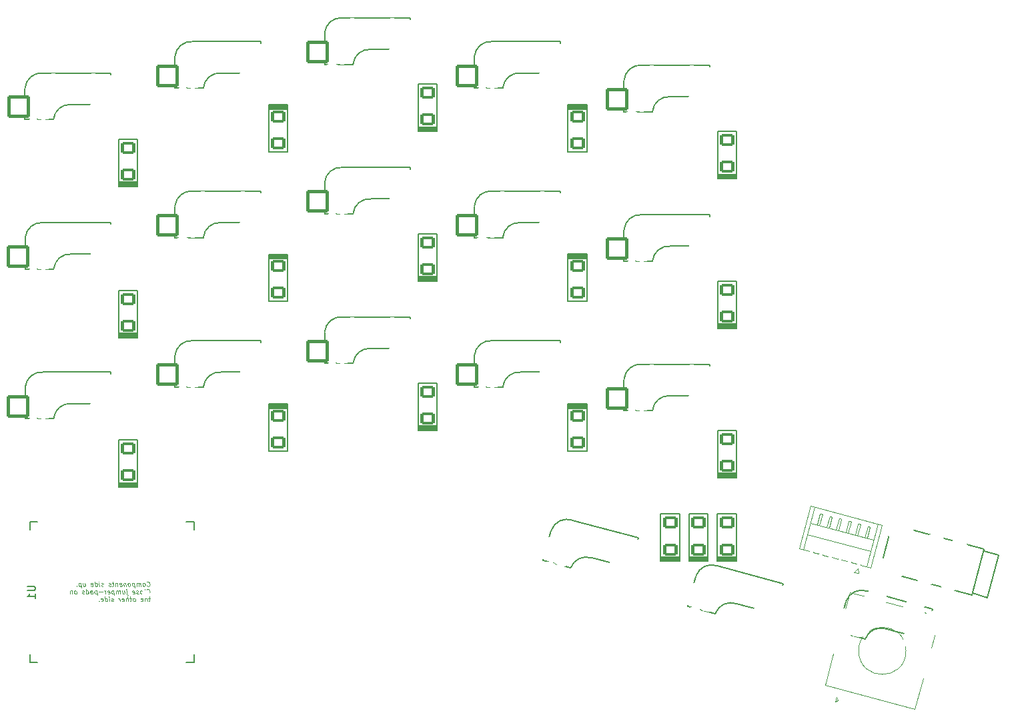
<source format=gbo>
G04 #@! TF.GenerationSoftware,KiCad,Pcbnew,7.0.5*
G04 #@! TF.CreationDate,2023-09-06T16:02:53+08:00*
G04 #@! TF.ProjectId,thrfv,74687266-762e-46b6-9963-61645f706362,rev?*
G04 #@! TF.SameCoordinates,Original*
G04 #@! TF.FileFunction,Legend,Bot*
G04 #@! TF.FilePolarity,Positive*
%FSLAX46Y46*%
G04 Gerber Fmt 4.6, Leading zero omitted, Abs format (unit mm)*
G04 Created by KiCad (PCBNEW 7.0.5) date 2023-09-06 16:02:53*
%MOMM*%
%LPD*%
G01*
G04 APERTURE LIST*
G04 Aperture macros list*
%AMRoundRect*
0 Rectangle with rounded corners*
0 $1 Rounding radius*
0 $2 $3 $4 $5 $6 $7 $8 $9 X,Y pos of 4 corners*
0 Add a 4 corners polygon primitive as box body*
4,1,4,$2,$3,$4,$5,$6,$7,$8,$9,$2,$3,0*
0 Add four circle primitives for the rounded corners*
1,1,$1+$1,$2,$3*
1,1,$1+$1,$4,$5*
1,1,$1+$1,$6,$7*
1,1,$1+$1,$8,$9*
0 Add four rect primitives between the rounded corners*
20,1,$1+$1,$2,$3,$4,$5,0*
20,1,$1+$1,$4,$5,$6,$7,0*
20,1,$1+$1,$6,$7,$8,$9,0*
20,1,$1+$1,$8,$9,$2,$3,0*%
%AMHorizOval*
0 Thick line with rounded ends*
0 $1 width*
0 $2 $3 position (X,Y) of the first rounded end (center of the circle)*
0 $4 $5 position (X,Y) of the second rounded end (center of the circle)*
0 Add line between two ends*
20,1,$1,$2,$3,$4,$5,0*
0 Add two circle primitives to create the rounded ends*
1,1,$1,$2,$3*
1,1,$1,$4,$5*%
%AMFreePoly0*
4,1,37,1.228070,1.434758,1.247030,1.430987,1.319133,1.401121,1.335206,1.390381,1.390381,1.335206,1.401121,1.319133,1.430987,1.247030,1.434758,1.228070,1.438600,1.189056,1.438600,-1.189056,1.434758,-1.228070,1.430987,-1.247030,1.401121,-1.319133,1.390381,-1.335206,1.335206,-1.390381,1.319133,-1.401121,1.247030,-1.430987,1.228070,-1.434758,1.189056,-1.438600,-0.743160,-1.438600,
-0.829937,-1.418794,-0.884581,-1.380021,-1.380021,-0.884581,-1.427377,-0.809216,-1.438600,-0.743160,-1.438600,1.189056,-1.434758,1.228070,-1.430987,1.247030,-1.401121,1.319133,-1.390381,1.335206,-1.335206,1.390381,-1.319133,1.401121,-1.247030,1.430987,-1.228070,1.434758,-1.189056,1.438600,1.189056,1.438600,1.228070,1.434758,1.228070,1.434758,$1*%
%AMFreePoly1*
4,1,37,0.846237,1.424794,0.900881,1.386021,1.398721,0.888181,1.446077,0.812816,1.457300,0.746760,1.457300,-1.194816,1.453456,-1.233837,1.449666,-1.252889,1.419808,-1.324977,1.409017,-1.341128,1.353828,-1.396317,1.337677,-1.407108,1.265589,-1.436966,1.246537,-1.440756,1.207516,-1.444600,-1.207516,-1.444600,-1.246537,-1.440756,-1.265589,-1.436966,-1.337677,-1.407108,-1.353828,-1.396317,
-1.409017,-1.341128,-1.419808,-1.324977,-1.449666,-1.252889,-1.453456,-1.233837,-1.457300,-1.194816,-1.457300,1.194816,-1.453456,1.233837,-1.449666,1.252889,-1.419808,1.324977,-1.409017,1.341128,-1.353828,1.396317,-1.337677,1.407108,-1.265589,1.436966,-1.246537,1.440756,-1.207516,1.444600,0.759460,1.444600,0.846237,1.424794,0.846237,1.424794,$1*%
%AMFreePoly2*
4,1,22,0.106406,0.569345,0.141421,0.541421,0.741421,-0.058579,0.788777,-0.133944,0.800000,-0.200000,0.800000,-0.400000,0.780194,-0.486777,0.724698,-0.556366,0.644504,-0.594986,0.600000,-0.600000,-0.600000,-0.600000,-0.686777,-0.580194,-0.756366,-0.524698,-0.794986,-0.444504,-0.800000,-0.400000,-0.800000,-0.200000,-0.780194,-0.113223,-0.741421,-0.058579,-0.141421,0.541421,-0.066056,0.588777,
0.022393,0.598742,0.106406,0.569345,0.106406,0.569345,$1*%
%AMFreePoly3*
4,1,26,0.686777,0.430194,0.756366,0.374698,0.794986,0.294504,0.800000,0.250000,0.800000,-1.000000,0.780194,-1.086777,0.724698,-1.156366,0.644504,-1.194986,0.555496,-1.194986,0.475302,-1.156366,0.458579,-1.141421,0.000000,-0.682842,-0.458579,-1.141421,-0.533944,-1.188777,-0.622393,-1.198742,-0.706406,-1.169345,-0.769345,-1.106406,-0.798742,-1.022393,-0.800000,-1.000000,-0.800000,0.250000,
-0.780194,0.336777,-0.724698,0.406366,-0.644504,0.444986,-0.600000,0.450000,0.600000,0.450000,0.686777,0.430194,0.686777,0.430194,$1*%
G04 Aperture macros list end*
%ADD10C,0.120000*%
%ADD11C,0.150000*%
%ADD12C,0.200000*%
%ADD13C,0.100000*%
%ADD14C,2.100000*%
%ADD15C,3.400000*%
%ADD16C,4.400000*%
%ADD17RoundRect,0.200000X-1.244600X-1.244600X1.244600X-1.244600X1.244600X1.244600X-1.244600X1.244600X0*%
%ADD18FreePoly0,0.000000*%
%ADD19C,2.400000*%
%ADD20RoundRect,0.200000X0.551815X-1.804300X1.380036X1.286662X-0.551815X1.804300X-1.380036X-1.286662X0*%
%ADD21C,3.600000*%
%ADD22RoundRect,0.200000X-0.700000X0.600000X-0.700000X-0.600000X0.700000X-0.600000X0.700000X0.600000X0*%
%ADD23RoundRect,0.200000X0.700000X-0.600000X0.700000X0.600000X-0.700000X0.600000X-0.700000X-0.600000X0*%
%ADD24RoundRect,0.200000X-1.524317X-0.880065X0.880065X-1.524317X1.524317X0.880065X-0.880065X1.524317X0*%
%ADD25FreePoly0,345.000000*%
%ADD26C,1.200000*%
%ADD27HorizOval,2.000000X-0.193185X0.051764X0.193185X-0.051764X0*%
%ADD28FreePoly1,180.000000*%
%ADD29RoundRect,0.200000X1.244597X1.244597X-1.244597X1.244597X-1.244597X-1.244597X1.244597X-1.244597X0*%
%ADD30C,2.000000*%
%ADD31FreePoly2,180.000000*%
%ADD32FreePoly2,0.000000*%
%ADD33FreePoly3,0.000000*%
%ADD34FreePoly3,180.000000*%
%ADD35RoundRect,0.425000X0.340272X0.400580X-0.094394X0.517049X-0.340272X-0.400580X0.094394X-0.517049X0*%
%ADD36HorizOval,1.300000X0.064705X0.241481X-0.064705X-0.241481X0*%
%ADD37C,1.100000*%
G04 APERTURE END LIST*
D10*
X108761719Y-132727382D02*
X108793862Y-132755954D01*
X108793862Y-132755954D02*
X108883147Y-132784525D01*
X108883147Y-132784525D02*
X108940290Y-132784525D01*
X108940290Y-132784525D02*
X109022433Y-132755954D01*
X109022433Y-132755954D02*
X109072433Y-132698811D01*
X109072433Y-132698811D02*
X109093862Y-132641668D01*
X109093862Y-132641668D02*
X109108147Y-132527382D01*
X109108147Y-132527382D02*
X109097433Y-132441668D01*
X109097433Y-132441668D02*
X109054576Y-132327382D01*
X109054576Y-132327382D02*
X109018862Y-132270239D01*
X109018862Y-132270239D02*
X108954576Y-132213096D01*
X108954576Y-132213096D02*
X108865290Y-132184525D01*
X108865290Y-132184525D02*
X108808147Y-132184525D01*
X108808147Y-132184525D02*
X108726005Y-132213096D01*
X108726005Y-132213096D02*
X108701005Y-132241668D01*
X108426005Y-132784525D02*
X108479576Y-132755954D01*
X108479576Y-132755954D02*
X108504576Y-132727382D01*
X108504576Y-132727382D02*
X108526005Y-132670239D01*
X108526005Y-132670239D02*
X108504576Y-132498811D01*
X108504576Y-132498811D02*
X108468862Y-132441668D01*
X108468862Y-132441668D02*
X108436719Y-132413096D01*
X108436719Y-132413096D02*
X108376005Y-132384525D01*
X108376005Y-132384525D02*
X108290290Y-132384525D01*
X108290290Y-132384525D02*
X108236719Y-132413096D01*
X108236719Y-132413096D02*
X108211719Y-132441668D01*
X108211719Y-132441668D02*
X108190290Y-132498811D01*
X108190290Y-132498811D02*
X108211719Y-132670239D01*
X108211719Y-132670239D02*
X108247433Y-132727382D01*
X108247433Y-132727382D02*
X108279576Y-132755954D01*
X108279576Y-132755954D02*
X108340290Y-132784525D01*
X108340290Y-132784525D02*
X108426005Y-132784525D01*
X107968862Y-132784525D02*
X107918862Y-132384525D01*
X107926005Y-132441668D02*
X107893862Y-132413096D01*
X107893862Y-132413096D02*
X107833148Y-132384525D01*
X107833148Y-132384525D02*
X107747433Y-132384525D01*
X107747433Y-132384525D02*
X107693862Y-132413096D01*
X107693862Y-132413096D02*
X107672433Y-132470239D01*
X107672433Y-132470239D02*
X107711719Y-132784525D01*
X107672433Y-132470239D02*
X107636719Y-132413096D01*
X107636719Y-132413096D02*
X107576005Y-132384525D01*
X107576005Y-132384525D02*
X107490290Y-132384525D01*
X107490290Y-132384525D02*
X107436719Y-132413096D01*
X107436719Y-132413096D02*
X107415290Y-132470239D01*
X107415290Y-132470239D02*
X107454576Y-132784525D01*
X107118862Y-132384525D02*
X107193862Y-132984525D01*
X107122433Y-132413096D02*
X107061719Y-132384525D01*
X107061719Y-132384525D02*
X106947433Y-132384525D01*
X106947433Y-132384525D02*
X106893862Y-132413096D01*
X106893862Y-132413096D02*
X106868862Y-132441668D01*
X106868862Y-132441668D02*
X106847433Y-132498811D01*
X106847433Y-132498811D02*
X106868862Y-132670239D01*
X106868862Y-132670239D02*
X106904576Y-132727382D01*
X106904576Y-132727382D02*
X106936719Y-132755954D01*
X106936719Y-132755954D02*
X106997433Y-132784525D01*
X106997433Y-132784525D02*
X107111719Y-132784525D01*
X107111719Y-132784525D02*
X107165290Y-132755954D01*
X106540291Y-132784525D02*
X106593862Y-132755954D01*
X106593862Y-132755954D02*
X106618862Y-132727382D01*
X106618862Y-132727382D02*
X106640291Y-132670239D01*
X106640291Y-132670239D02*
X106618862Y-132498811D01*
X106618862Y-132498811D02*
X106583148Y-132441668D01*
X106583148Y-132441668D02*
X106551005Y-132413096D01*
X106551005Y-132413096D02*
X106490291Y-132384525D01*
X106490291Y-132384525D02*
X106404576Y-132384525D01*
X106404576Y-132384525D02*
X106351005Y-132413096D01*
X106351005Y-132413096D02*
X106326005Y-132441668D01*
X106326005Y-132441668D02*
X106304576Y-132498811D01*
X106304576Y-132498811D02*
X106326005Y-132670239D01*
X106326005Y-132670239D02*
X106361719Y-132727382D01*
X106361719Y-132727382D02*
X106393862Y-132755954D01*
X106393862Y-132755954D02*
X106454576Y-132784525D01*
X106454576Y-132784525D02*
X106540291Y-132784525D01*
X106033148Y-132384525D02*
X106083148Y-132784525D01*
X106040291Y-132441668D02*
X106008148Y-132413096D01*
X106008148Y-132413096D02*
X105947434Y-132384525D01*
X105947434Y-132384525D02*
X105861719Y-132384525D01*
X105861719Y-132384525D02*
X105808148Y-132413096D01*
X105808148Y-132413096D02*
X105786719Y-132470239D01*
X105786719Y-132470239D02*
X105826005Y-132784525D01*
X105308148Y-132755954D02*
X105368862Y-132784525D01*
X105368862Y-132784525D02*
X105483148Y-132784525D01*
X105483148Y-132784525D02*
X105536719Y-132755954D01*
X105536719Y-132755954D02*
X105558148Y-132698811D01*
X105558148Y-132698811D02*
X105529577Y-132470239D01*
X105529577Y-132470239D02*
X105493862Y-132413096D01*
X105493862Y-132413096D02*
X105433148Y-132384525D01*
X105433148Y-132384525D02*
X105318862Y-132384525D01*
X105318862Y-132384525D02*
X105265291Y-132413096D01*
X105265291Y-132413096D02*
X105243862Y-132470239D01*
X105243862Y-132470239D02*
X105251005Y-132527382D01*
X105251005Y-132527382D02*
X105543862Y-132584525D01*
X104976005Y-132384525D02*
X105026005Y-132784525D01*
X104983148Y-132441668D02*
X104951005Y-132413096D01*
X104951005Y-132413096D02*
X104890291Y-132384525D01*
X104890291Y-132384525D02*
X104804576Y-132384525D01*
X104804576Y-132384525D02*
X104751005Y-132413096D01*
X104751005Y-132413096D02*
X104729576Y-132470239D01*
X104729576Y-132470239D02*
X104768862Y-132784525D01*
X104518862Y-132384525D02*
X104290291Y-132384525D01*
X104408148Y-132184525D02*
X104472434Y-132698811D01*
X104472434Y-132698811D02*
X104451005Y-132755954D01*
X104451005Y-132755954D02*
X104397434Y-132784525D01*
X104397434Y-132784525D02*
X104340291Y-132784525D01*
X104165291Y-132755954D02*
X104111719Y-132784525D01*
X104111719Y-132784525D02*
X103997434Y-132784525D01*
X103997434Y-132784525D02*
X103936719Y-132755954D01*
X103936719Y-132755954D02*
X103901005Y-132698811D01*
X103901005Y-132698811D02*
X103897434Y-132670239D01*
X103897434Y-132670239D02*
X103918862Y-132613096D01*
X103918862Y-132613096D02*
X103972434Y-132584525D01*
X103972434Y-132584525D02*
X104058148Y-132584525D01*
X104058148Y-132584525D02*
X104111719Y-132555954D01*
X104111719Y-132555954D02*
X104133148Y-132498811D01*
X104133148Y-132498811D02*
X104129577Y-132470239D01*
X104129577Y-132470239D02*
X104093862Y-132413096D01*
X104093862Y-132413096D02*
X104033148Y-132384525D01*
X104033148Y-132384525D02*
X103947434Y-132384525D01*
X103947434Y-132384525D02*
X103893862Y-132413096D01*
X103222434Y-132755954D02*
X103168862Y-132784525D01*
X103168862Y-132784525D02*
X103054577Y-132784525D01*
X103054577Y-132784525D02*
X102993862Y-132755954D01*
X102993862Y-132755954D02*
X102958148Y-132698811D01*
X102958148Y-132698811D02*
X102954577Y-132670239D01*
X102954577Y-132670239D02*
X102976005Y-132613096D01*
X102976005Y-132613096D02*
X103029577Y-132584525D01*
X103029577Y-132584525D02*
X103115291Y-132584525D01*
X103115291Y-132584525D02*
X103168862Y-132555954D01*
X103168862Y-132555954D02*
X103190291Y-132498811D01*
X103190291Y-132498811D02*
X103186720Y-132470239D01*
X103186720Y-132470239D02*
X103151005Y-132413096D01*
X103151005Y-132413096D02*
X103090291Y-132384525D01*
X103090291Y-132384525D02*
X103004577Y-132384525D01*
X103004577Y-132384525D02*
X102951005Y-132413096D01*
X102711720Y-132784525D02*
X102661720Y-132384525D01*
X102636720Y-132184525D02*
X102668863Y-132213096D01*
X102668863Y-132213096D02*
X102643863Y-132241668D01*
X102643863Y-132241668D02*
X102611720Y-132213096D01*
X102611720Y-132213096D02*
X102636720Y-132184525D01*
X102636720Y-132184525D02*
X102643863Y-132241668D01*
X102168863Y-132784525D02*
X102093863Y-132184525D01*
X102165292Y-132755954D02*
X102226006Y-132784525D01*
X102226006Y-132784525D02*
X102340292Y-132784525D01*
X102340292Y-132784525D02*
X102393863Y-132755954D01*
X102393863Y-132755954D02*
X102418863Y-132727382D01*
X102418863Y-132727382D02*
X102440292Y-132670239D01*
X102440292Y-132670239D02*
X102418863Y-132498811D01*
X102418863Y-132498811D02*
X102383149Y-132441668D01*
X102383149Y-132441668D02*
X102351006Y-132413096D01*
X102351006Y-132413096D02*
X102290292Y-132384525D01*
X102290292Y-132384525D02*
X102176006Y-132384525D01*
X102176006Y-132384525D02*
X102122434Y-132413096D01*
X101651006Y-132755954D02*
X101711720Y-132784525D01*
X101711720Y-132784525D02*
X101826006Y-132784525D01*
X101826006Y-132784525D02*
X101879577Y-132755954D01*
X101879577Y-132755954D02*
X101901006Y-132698811D01*
X101901006Y-132698811D02*
X101872435Y-132470239D01*
X101872435Y-132470239D02*
X101836720Y-132413096D01*
X101836720Y-132413096D02*
X101776006Y-132384525D01*
X101776006Y-132384525D02*
X101661720Y-132384525D01*
X101661720Y-132384525D02*
X101608149Y-132413096D01*
X101608149Y-132413096D02*
X101586720Y-132470239D01*
X101586720Y-132470239D02*
X101593863Y-132527382D01*
X101593863Y-132527382D02*
X101886720Y-132584525D01*
X100604577Y-132384525D02*
X100654577Y-132784525D01*
X100861720Y-132384525D02*
X100901006Y-132698811D01*
X100901006Y-132698811D02*
X100879577Y-132755954D01*
X100879577Y-132755954D02*
X100826006Y-132784525D01*
X100826006Y-132784525D02*
X100740291Y-132784525D01*
X100740291Y-132784525D02*
X100679577Y-132755954D01*
X100679577Y-132755954D02*
X100647434Y-132727382D01*
X100318863Y-132384525D02*
X100393863Y-132984525D01*
X100322434Y-132413096D02*
X100261720Y-132384525D01*
X100261720Y-132384525D02*
X100147434Y-132384525D01*
X100147434Y-132384525D02*
X100093863Y-132413096D01*
X100093863Y-132413096D02*
X100068863Y-132441668D01*
X100068863Y-132441668D02*
X100047434Y-132498811D01*
X100047434Y-132498811D02*
X100068863Y-132670239D01*
X100068863Y-132670239D02*
X100104577Y-132727382D01*
X100104577Y-132727382D02*
X100136720Y-132755954D01*
X100136720Y-132755954D02*
X100197434Y-132784525D01*
X100197434Y-132784525D02*
X100311720Y-132784525D01*
X100311720Y-132784525D02*
X100365291Y-132755954D01*
X99818863Y-132727382D02*
X99793863Y-132755954D01*
X99793863Y-132755954D02*
X99826006Y-132784525D01*
X99826006Y-132784525D02*
X99851006Y-132755954D01*
X99851006Y-132755954D02*
X99818863Y-132727382D01*
X99818863Y-132727382D02*
X99826006Y-132784525D01*
X108761719Y-133693382D02*
X108793862Y-133721954D01*
X108793862Y-133721954D02*
X108883147Y-133750525D01*
X108883147Y-133750525D02*
X108940290Y-133750525D01*
X108940290Y-133750525D02*
X109022433Y-133721954D01*
X109022433Y-133721954D02*
X109072433Y-133664811D01*
X109072433Y-133664811D02*
X109093862Y-133607668D01*
X109093862Y-133607668D02*
X109108147Y-133493382D01*
X109108147Y-133493382D02*
X109097433Y-133407668D01*
X109097433Y-133407668D02*
X109054576Y-133293382D01*
X109054576Y-133293382D02*
X109018862Y-133236239D01*
X109018862Y-133236239D02*
X108954576Y-133179096D01*
X108954576Y-133179096D02*
X108865290Y-133150525D01*
X108865290Y-133150525D02*
X108808147Y-133150525D01*
X108808147Y-133150525D02*
X108726005Y-133179096D01*
X108726005Y-133179096D02*
X108701005Y-133207668D01*
X108426005Y-133750525D02*
X108479576Y-133721954D01*
X108479576Y-133721954D02*
X108501005Y-133664811D01*
X108501005Y-133664811D02*
X108436719Y-133150525D01*
X108111719Y-133750525D02*
X108165290Y-133721954D01*
X108165290Y-133721954D02*
X108190290Y-133693382D01*
X108190290Y-133693382D02*
X108211719Y-133636239D01*
X108211719Y-133636239D02*
X108190290Y-133464811D01*
X108190290Y-133464811D02*
X108154576Y-133407668D01*
X108154576Y-133407668D02*
X108122433Y-133379096D01*
X108122433Y-133379096D02*
X108061719Y-133350525D01*
X108061719Y-133350525D02*
X107976004Y-133350525D01*
X107976004Y-133350525D02*
X107922433Y-133379096D01*
X107922433Y-133379096D02*
X107897433Y-133407668D01*
X107897433Y-133407668D02*
X107876004Y-133464811D01*
X107876004Y-133464811D02*
X107897433Y-133636239D01*
X107897433Y-133636239D02*
X107933147Y-133693382D01*
X107933147Y-133693382D02*
X107965290Y-133721954D01*
X107965290Y-133721954D02*
X108026004Y-133750525D01*
X108026004Y-133750525D02*
X108111719Y-133750525D01*
X107679576Y-133721954D02*
X107626004Y-133750525D01*
X107626004Y-133750525D02*
X107511719Y-133750525D01*
X107511719Y-133750525D02*
X107451004Y-133721954D01*
X107451004Y-133721954D02*
X107415290Y-133664811D01*
X107415290Y-133664811D02*
X107411719Y-133636239D01*
X107411719Y-133636239D02*
X107433147Y-133579096D01*
X107433147Y-133579096D02*
X107486719Y-133550525D01*
X107486719Y-133550525D02*
X107572433Y-133550525D01*
X107572433Y-133550525D02*
X107626004Y-133521954D01*
X107626004Y-133521954D02*
X107647433Y-133464811D01*
X107647433Y-133464811D02*
X107643862Y-133436239D01*
X107643862Y-133436239D02*
X107608147Y-133379096D01*
X107608147Y-133379096D02*
X107547433Y-133350525D01*
X107547433Y-133350525D02*
X107461719Y-133350525D01*
X107461719Y-133350525D02*
X107408147Y-133379096D01*
X106936719Y-133721954D02*
X106997433Y-133750525D01*
X106997433Y-133750525D02*
X107111719Y-133750525D01*
X107111719Y-133750525D02*
X107165290Y-133721954D01*
X107165290Y-133721954D02*
X107186719Y-133664811D01*
X107186719Y-133664811D02*
X107158148Y-133436239D01*
X107158148Y-133436239D02*
X107122433Y-133379096D01*
X107122433Y-133379096D02*
X107061719Y-133350525D01*
X107061719Y-133350525D02*
X106947433Y-133350525D01*
X106947433Y-133350525D02*
X106893862Y-133379096D01*
X106893862Y-133379096D02*
X106872433Y-133436239D01*
X106872433Y-133436239D02*
X106879576Y-133493382D01*
X106879576Y-133493382D02*
X107172433Y-133550525D01*
X106147433Y-133350525D02*
X106211719Y-133864811D01*
X106211719Y-133864811D02*
X106247433Y-133921954D01*
X106247433Y-133921954D02*
X106308147Y-133950525D01*
X106308147Y-133950525D02*
X106336719Y-133950525D01*
X106122433Y-133150525D02*
X106154576Y-133179096D01*
X106154576Y-133179096D02*
X106129576Y-133207668D01*
X106129576Y-133207668D02*
X106097433Y-133179096D01*
X106097433Y-133179096D02*
X106122433Y-133150525D01*
X106122433Y-133150525D02*
X106129576Y-133207668D01*
X105604576Y-133350525D02*
X105654576Y-133750525D01*
X105861719Y-133350525D02*
X105901005Y-133664811D01*
X105901005Y-133664811D02*
X105879576Y-133721954D01*
X105879576Y-133721954D02*
X105826005Y-133750525D01*
X105826005Y-133750525D02*
X105740290Y-133750525D01*
X105740290Y-133750525D02*
X105679576Y-133721954D01*
X105679576Y-133721954D02*
X105647433Y-133693382D01*
X105368862Y-133750525D02*
X105318862Y-133350525D01*
X105326005Y-133407668D02*
X105293862Y-133379096D01*
X105293862Y-133379096D02*
X105233148Y-133350525D01*
X105233148Y-133350525D02*
X105147433Y-133350525D01*
X105147433Y-133350525D02*
X105093862Y-133379096D01*
X105093862Y-133379096D02*
X105072433Y-133436239D01*
X105072433Y-133436239D02*
X105111719Y-133750525D01*
X105072433Y-133436239D02*
X105036719Y-133379096D01*
X105036719Y-133379096D02*
X104976005Y-133350525D01*
X104976005Y-133350525D02*
X104890290Y-133350525D01*
X104890290Y-133350525D02*
X104836719Y-133379096D01*
X104836719Y-133379096D02*
X104815290Y-133436239D01*
X104815290Y-133436239D02*
X104854576Y-133750525D01*
X104518862Y-133350525D02*
X104593862Y-133950525D01*
X104522433Y-133379096D02*
X104461719Y-133350525D01*
X104461719Y-133350525D02*
X104347433Y-133350525D01*
X104347433Y-133350525D02*
X104293862Y-133379096D01*
X104293862Y-133379096D02*
X104268862Y-133407668D01*
X104268862Y-133407668D02*
X104247433Y-133464811D01*
X104247433Y-133464811D02*
X104268862Y-133636239D01*
X104268862Y-133636239D02*
X104304576Y-133693382D01*
X104304576Y-133693382D02*
X104336719Y-133721954D01*
X104336719Y-133721954D02*
X104397433Y-133750525D01*
X104397433Y-133750525D02*
X104511719Y-133750525D01*
X104511719Y-133750525D02*
X104565290Y-133721954D01*
X103793862Y-133721954D02*
X103854576Y-133750525D01*
X103854576Y-133750525D02*
X103968862Y-133750525D01*
X103968862Y-133750525D02*
X104022433Y-133721954D01*
X104022433Y-133721954D02*
X104043862Y-133664811D01*
X104043862Y-133664811D02*
X104015291Y-133436239D01*
X104015291Y-133436239D02*
X103979576Y-133379096D01*
X103979576Y-133379096D02*
X103918862Y-133350525D01*
X103918862Y-133350525D02*
X103804576Y-133350525D01*
X103804576Y-133350525D02*
X103751005Y-133379096D01*
X103751005Y-133379096D02*
X103729576Y-133436239D01*
X103729576Y-133436239D02*
X103736719Y-133493382D01*
X103736719Y-133493382D02*
X104029576Y-133550525D01*
X103511719Y-133750525D02*
X103461719Y-133350525D01*
X103476005Y-133464811D02*
X103440290Y-133407668D01*
X103440290Y-133407668D02*
X103408147Y-133379096D01*
X103408147Y-133379096D02*
X103347433Y-133350525D01*
X103347433Y-133350525D02*
X103290290Y-133350525D01*
X103111718Y-133521954D02*
X102654576Y-133521954D01*
X102347433Y-133350525D02*
X102422433Y-133950525D01*
X102351004Y-133379096D02*
X102290290Y-133350525D01*
X102290290Y-133350525D02*
X102176004Y-133350525D01*
X102176004Y-133350525D02*
X102122433Y-133379096D01*
X102122433Y-133379096D02*
X102097433Y-133407668D01*
X102097433Y-133407668D02*
X102076004Y-133464811D01*
X102076004Y-133464811D02*
X102097433Y-133636239D01*
X102097433Y-133636239D02*
X102133147Y-133693382D01*
X102133147Y-133693382D02*
X102165290Y-133721954D01*
X102165290Y-133721954D02*
X102226004Y-133750525D01*
X102226004Y-133750525D02*
X102340290Y-133750525D01*
X102340290Y-133750525D02*
X102393861Y-133721954D01*
X101597433Y-133750525D02*
X101558147Y-133436239D01*
X101558147Y-133436239D02*
X101579576Y-133379096D01*
X101579576Y-133379096D02*
X101633147Y-133350525D01*
X101633147Y-133350525D02*
X101747433Y-133350525D01*
X101747433Y-133350525D02*
X101808147Y-133379096D01*
X101593862Y-133721954D02*
X101654576Y-133750525D01*
X101654576Y-133750525D02*
X101797433Y-133750525D01*
X101797433Y-133750525D02*
X101851004Y-133721954D01*
X101851004Y-133721954D02*
X101872433Y-133664811D01*
X101872433Y-133664811D02*
X101865290Y-133607668D01*
X101865290Y-133607668D02*
X101829576Y-133550525D01*
X101829576Y-133550525D02*
X101768862Y-133521954D01*
X101768862Y-133521954D02*
X101626004Y-133521954D01*
X101626004Y-133521954D02*
X101565290Y-133493382D01*
X101054576Y-133750525D02*
X100979576Y-133150525D01*
X101051005Y-133721954D02*
X101111719Y-133750525D01*
X101111719Y-133750525D02*
X101226005Y-133750525D01*
X101226005Y-133750525D02*
X101279576Y-133721954D01*
X101279576Y-133721954D02*
X101304576Y-133693382D01*
X101304576Y-133693382D02*
X101326005Y-133636239D01*
X101326005Y-133636239D02*
X101304576Y-133464811D01*
X101304576Y-133464811D02*
X101268862Y-133407668D01*
X101268862Y-133407668D02*
X101236719Y-133379096D01*
X101236719Y-133379096D02*
X101176005Y-133350525D01*
X101176005Y-133350525D02*
X101061719Y-133350525D01*
X101061719Y-133350525D02*
X101008147Y-133379096D01*
X100793862Y-133721954D02*
X100740290Y-133750525D01*
X100740290Y-133750525D02*
X100626005Y-133750525D01*
X100626005Y-133750525D02*
X100565290Y-133721954D01*
X100565290Y-133721954D02*
X100529576Y-133664811D01*
X100529576Y-133664811D02*
X100526005Y-133636239D01*
X100526005Y-133636239D02*
X100547433Y-133579096D01*
X100547433Y-133579096D02*
X100601005Y-133550525D01*
X100601005Y-133550525D02*
X100686719Y-133550525D01*
X100686719Y-133550525D02*
X100740290Y-133521954D01*
X100740290Y-133521954D02*
X100761719Y-133464811D01*
X100761719Y-133464811D02*
X100758148Y-133436239D01*
X100758148Y-133436239D02*
X100722433Y-133379096D01*
X100722433Y-133379096D02*
X100661719Y-133350525D01*
X100661719Y-133350525D02*
X100576005Y-133350525D01*
X100576005Y-133350525D02*
X100522433Y-133379096D01*
X99740291Y-133750525D02*
X99793862Y-133721954D01*
X99793862Y-133721954D02*
X99818862Y-133693382D01*
X99818862Y-133693382D02*
X99840291Y-133636239D01*
X99840291Y-133636239D02*
X99818862Y-133464811D01*
X99818862Y-133464811D02*
X99783148Y-133407668D01*
X99783148Y-133407668D02*
X99751005Y-133379096D01*
X99751005Y-133379096D02*
X99690291Y-133350525D01*
X99690291Y-133350525D02*
X99604576Y-133350525D01*
X99604576Y-133350525D02*
X99551005Y-133379096D01*
X99551005Y-133379096D02*
X99526005Y-133407668D01*
X99526005Y-133407668D02*
X99504576Y-133464811D01*
X99504576Y-133464811D02*
X99526005Y-133636239D01*
X99526005Y-133636239D02*
X99561719Y-133693382D01*
X99561719Y-133693382D02*
X99593862Y-133721954D01*
X99593862Y-133721954D02*
X99654576Y-133750525D01*
X99654576Y-133750525D02*
X99740291Y-133750525D01*
X99233148Y-133350525D02*
X99283148Y-133750525D01*
X99240291Y-133407668D02*
X99208148Y-133379096D01*
X99208148Y-133379096D02*
X99147434Y-133350525D01*
X99147434Y-133350525D02*
X99061719Y-133350525D01*
X99061719Y-133350525D02*
X99008148Y-133379096D01*
X99008148Y-133379096D02*
X98986719Y-133436239D01*
X98986719Y-133436239D02*
X99026005Y-133750525D01*
X109147433Y-134316525D02*
X108918862Y-134316525D01*
X109036719Y-134116525D02*
X109101005Y-134630811D01*
X109101005Y-134630811D02*
X109079576Y-134687954D01*
X109079576Y-134687954D02*
X109026005Y-134716525D01*
X109026005Y-134716525D02*
X108968862Y-134716525D01*
X108768862Y-134716525D02*
X108693862Y-134116525D01*
X108511719Y-134716525D02*
X108472433Y-134402239D01*
X108472433Y-134402239D02*
X108493862Y-134345096D01*
X108493862Y-134345096D02*
X108547433Y-134316525D01*
X108547433Y-134316525D02*
X108633148Y-134316525D01*
X108633148Y-134316525D02*
X108693862Y-134345096D01*
X108693862Y-134345096D02*
X108726005Y-134373668D01*
X107993862Y-134687954D02*
X108054576Y-134716525D01*
X108054576Y-134716525D02*
X108168862Y-134716525D01*
X108168862Y-134716525D02*
X108222433Y-134687954D01*
X108222433Y-134687954D02*
X108243862Y-134630811D01*
X108243862Y-134630811D02*
X108215291Y-134402239D01*
X108215291Y-134402239D02*
X108179576Y-134345096D01*
X108179576Y-134345096D02*
X108118862Y-134316525D01*
X108118862Y-134316525D02*
X108004576Y-134316525D01*
X108004576Y-134316525D02*
X107951005Y-134345096D01*
X107951005Y-134345096D02*
X107929576Y-134402239D01*
X107929576Y-134402239D02*
X107936719Y-134459382D01*
X107936719Y-134459382D02*
X108229576Y-134516525D01*
X107168862Y-134716525D02*
X107222433Y-134687954D01*
X107222433Y-134687954D02*
X107247433Y-134659382D01*
X107247433Y-134659382D02*
X107268862Y-134602239D01*
X107268862Y-134602239D02*
X107247433Y-134430811D01*
X107247433Y-134430811D02*
X107211719Y-134373668D01*
X107211719Y-134373668D02*
X107179576Y-134345096D01*
X107179576Y-134345096D02*
X107118862Y-134316525D01*
X107118862Y-134316525D02*
X107033147Y-134316525D01*
X107033147Y-134316525D02*
X106979576Y-134345096D01*
X106979576Y-134345096D02*
X106954576Y-134373668D01*
X106954576Y-134373668D02*
X106933147Y-134430811D01*
X106933147Y-134430811D02*
X106954576Y-134602239D01*
X106954576Y-134602239D02*
X106990290Y-134659382D01*
X106990290Y-134659382D02*
X107022433Y-134687954D01*
X107022433Y-134687954D02*
X107083147Y-134716525D01*
X107083147Y-134716525D02*
X107168862Y-134716525D01*
X106747433Y-134316525D02*
X106518862Y-134316525D01*
X106636719Y-134116525D02*
X106701005Y-134630811D01*
X106701005Y-134630811D02*
X106679576Y-134687954D01*
X106679576Y-134687954D02*
X106626005Y-134716525D01*
X106626005Y-134716525D02*
X106568862Y-134716525D01*
X106368862Y-134716525D02*
X106293862Y-134116525D01*
X106111719Y-134716525D02*
X106072433Y-134402239D01*
X106072433Y-134402239D02*
X106093862Y-134345096D01*
X106093862Y-134345096D02*
X106147433Y-134316525D01*
X106147433Y-134316525D02*
X106233148Y-134316525D01*
X106233148Y-134316525D02*
X106293862Y-134345096D01*
X106293862Y-134345096D02*
X106326005Y-134373668D01*
X105593862Y-134687954D02*
X105654576Y-134716525D01*
X105654576Y-134716525D02*
X105768862Y-134716525D01*
X105768862Y-134716525D02*
X105822433Y-134687954D01*
X105822433Y-134687954D02*
X105843862Y-134630811D01*
X105843862Y-134630811D02*
X105815291Y-134402239D01*
X105815291Y-134402239D02*
X105779576Y-134345096D01*
X105779576Y-134345096D02*
X105718862Y-134316525D01*
X105718862Y-134316525D02*
X105604576Y-134316525D01*
X105604576Y-134316525D02*
X105551005Y-134345096D01*
X105551005Y-134345096D02*
X105529576Y-134402239D01*
X105529576Y-134402239D02*
X105536719Y-134459382D01*
X105536719Y-134459382D02*
X105829576Y-134516525D01*
X105311719Y-134716525D02*
X105261719Y-134316525D01*
X105276005Y-134430811D02*
X105240290Y-134373668D01*
X105240290Y-134373668D02*
X105208147Y-134345096D01*
X105208147Y-134345096D02*
X105147433Y-134316525D01*
X105147433Y-134316525D02*
X105090290Y-134316525D01*
X104508147Y-134687954D02*
X104454575Y-134716525D01*
X104454575Y-134716525D02*
X104340290Y-134716525D01*
X104340290Y-134716525D02*
X104279575Y-134687954D01*
X104279575Y-134687954D02*
X104243861Y-134630811D01*
X104243861Y-134630811D02*
X104240290Y-134602239D01*
X104240290Y-134602239D02*
X104261718Y-134545096D01*
X104261718Y-134545096D02*
X104315290Y-134516525D01*
X104315290Y-134516525D02*
X104401004Y-134516525D01*
X104401004Y-134516525D02*
X104454575Y-134487954D01*
X104454575Y-134487954D02*
X104476004Y-134430811D01*
X104476004Y-134430811D02*
X104472433Y-134402239D01*
X104472433Y-134402239D02*
X104436718Y-134345096D01*
X104436718Y-134345096D02*
X104376004Y-134316525D01*
X104376004Y-134316525D02*
X104290290Y-134316525D01*
X104290290Y-134316525D02*
X104236718Y-134345096D01*
X103997433Y-134716525D02*
X103947433Y-134316525D01*
X103922433Y-134116525D02*
X103954576Y-134145096D01*
X103954576Y-134145096D02*
X103929576Y-134173668D01*
X103929576Y-134173668D02*
X103897433Y-134145096D01*
X103897433Y-134145096D02*
X103922433Y-134116525D01*
X103922433Y-134116525D02*
X103929576Y-134173668D01*
X103454576Y-134716525D02*
X103379576Y-134116525D01*
X103451005Y-134687954D02*
X103511719Y-134716525D01*
X103511719Y-134716525D02*
X103626005Y-134716525D01*
X103626005Y-134716525D02*
X103679576Y-134687954D01*
X103679576Y-134687954D02*
X103704576Y-134659382D01*
X103704576Y-134659382D02*
X103726005Y-134602239D01*
X103726005Y-134602239D02*
X103704576Y-134430811D01*
X103704576Y-134430811D02*
X103668862Y-134373668D01*
X103668862Y-134373668D02*
X103636719Y-134345096D01*
X103636719Y-134345096D02*
X103576005Y-134316525D01*
X103576005Y-134316525D02*
X103461719Y-134316525D01*
X103461719Y-134316525D02*
X103408147Y-134345096D01*
X102936719Y-134687954D02*
X102997433Y-134716525D01*
X102997433Y-134716525D02*
X103111719Y-134716525D01*
X103111719Y-134716525D02*
X103165290Y-134687954D01*
X103165290Y-134687954D02*
X103186719Y-134630811D01*
X103186719Y-134630811D02*
X103158148Y-134402239D01*
X103158148Y-134402239D02*
X103122433Y-134345096D01*
X103122433Y-134345096D02*
X103061719Y-134316525D01*
X103061719Y-134316525D02*
X102947433Y-134316525D01*
X102947433Y-134316525D02*
X102893862Y-134345096D01*
X102893862Y-134345096D02*
X102872433Y-134402239D01*
X102872433Y-134402239D02*
X102879576Y-134459382D01*
X102879576Y-134459382D02*
X103172433Y-134516525D01*
X102647433Y-134659382D02*
X102622433Y-134687954D01*
X102622433Y-134687954D02*
X102654576Y-134716525D01*
X102654576Y-134716525D02*
X102679576Y-134687954D01*
X102679576Y-134687954D02*
X102647433Y-134659382D01*
X102647433Y-134659382D02*
X102654576Y-134716525D01*
D11*
X93570571Y-132777489D02*
X94380094Y-132777489D01*
X94380094Y-132777489D02*
X94475332Y-132825108D01*
X94475332Y-132825108D02*
X94522952Y-132872727D01*
X94522952Y-132872727D02*
X94570571Y-132967965D01*
X94570571Y-132967965D02*
X94570571Y-133158441D01*
X94570571Y-133158441D02*
X94522952Y-133253679D01*
X94522952Y-133253679D02*
X94475332Y-133301298D01*
X94475332Y-133301298D02*
X94380094Y-133348917D01*
X94380094Y-133348917D02*
X93570571Y-133348917D01*
X94570571Y-134348917D02*
X94570571Y-133777489D01*
X94570571Y-134063203D02*
X93570571Y-134063203D01*
X93570571Y-134063203D02*
X93713428Y-133967965D01*
X93713428Y-133967965D02*
X93808666Y-133872727D01*
X93808666Y-133872727D02*
X93856285Y-133777489D01*
X112294469Y-103539078D02*
X112294469Y-107484078D01*
X112294469Y-107493078D02*
X115904469Y-107493078D01*
X123194469Y-101585078D02*
X114569469Y-101585078D01*
X123194469Y-105493078D02*
X123194469Y-101585078D01*
X123194469Y-105539078D02*
X118144469Y-105585078D01*
X114569469Y-101585079D02*
G75*
G03*
X112305470Y-103469078I-190000J-2073999D01*
G01*
X118169469Y-105589079D02*
G75*
G03*
X115909470Y-107469077I-190001J-2069997D01*
G01*
X112294469Y-84539478D02*
X112294469Y-88484478D01*
X112294469Y-88493478D02*
X115904469Y-88493478D01*
X123194469Y-82585478D02*
X114569469Y-82585478D01*
X123194469Y-86493478D02*
X123194469Y-82585478D01*
X123194469Y-86539478D02*
X118144469Y-86585478D01*
X114569469Y-82585479D02*
G75*
G03*
X112305470Y-84469478I-190000J-2073999D01*
G01*
X118169469Y-86589479D02*
G75*
G03*
X115909470Y-88469477I-190001J-2069997D01*
G01*
D10*
X206202332Y-148418880D02*
X194804407Y-145364815D01*
X207263490Y-144458584D02*
X206202332Y-148418880D01*
X208298766Y-140594881D02*
X209359925Y-136634585D01*
X209359925Y-136634585D02*
X207041703Y-136013419D01*
X204916666Y-135444017D02*
X202405259Y-134771088D01*
X202565129Y-141129110D02*
X201599203Y-140870290D01*
X201952756Y-141482663D02*
X202211576Y-140516737D01*
X200280222Y-134201686D02*
X197962000Y-133580520D01*
X196470505Y-147260631D02*
X196258373Y-146893208D01*
X196103082Y-147472763D02*
X196470505Y-147260631D01*
X196258373Y-146893208D02*
X196103082Y-147472763D01*
X195865566Y-141404519D02*
X194804407Y-145364815D01*
X197962000Y-133580520D02*
X196900842Y-137540816D01*
X205082166Y-140999700D02*
G75*
G03*
X205082166Y-140999700I-3000000J0D01*
G01*
D12*
X162180880Y-96607988D02*
X164580880Y-96607988D01*
X164580880Y-96607988D02*
X164580880Y-90607988D01*
X164580880Y-90607988D02*
X162180880Y-90607988D01*
X162180880Y-90607988D02*
X162180880Y-96607988D01*
X164580880Y-91166388D02*
X162180880Y-91166388D01*
X162180880Y-90607988D01*
X164580880Y-90607988D01*
X164580880Y-91166388D01*
G36*
X164580880Y-91166388D02*
G01*
X162180880Y-91166388D01*
X162180880Y-90607988D01*
X164580880Y-90607988D01*
X164580880Y-91166388D01*
G37*
X183580578Y-113009188D02*
X181180578Y-113009188D01*
X181180578Y-113009188D02*
X181180578Y-119009188D01*
X181180578Y-119009188D02*
X183580578Y-119009188D01*
X183580578Y-119009188D02*
X183580578Y-113009188D01*
X183580578Y-119009188D02*
X181180578Y-119009188D01*
X181180578Y-118450788D01*
X183580578Y-118450788D01*
X183580578Y-119009188D01*
G36*
X183580578Y-119009188D02*
G01*
X181180578Y-119009188D01*
X181180578Y-118450788D01*
X183580578Y-118450788D01*
X183580578Y-119009188D01*
G37*
X145580680Y-68998628D02*
X143180680Y-68998628D01*
X143180680Y-68998628D02*
X143180680Y-74998628D01*
X143180680Y-74998628D02*
X145580680Y-74998628D01*
X145580680Y-74998628D02*
X145580680Y-68998628D01*
X145580680Y-74998628D02*
X143180680Y-74998628D01*
X143180680Y-74440228D01*
X145580680Y-74440228D01*
X145580680Y-74998628D01*
G36*
X145580680Y-74998628D02*
G01*
X143180680Y-74998628D01*
X143180680Y-74440228D01*
X145580680Y-74440228D01*
X145580680Y-74998628D01*
G37*
X183580578Y-94009188D02*
X181180578Y-94009188D01*
X181180578Y-94009188D02*
X181180578Y-100009188D01*
X181180578Y-100009188D02*
X183580578Y-100009188D01*
X183580578Y-100009188D02*
X183580578Y-94009188D01*
X183580578Y-100009188D02*
X181180578Y-100009188D01*
X181180578Y-99450788D01*
X183580578Y-99450788D01*
X183580578Y-100009188D01*
G36*
X183580578Y-100009188D02*
G01*
X181180578Y-100009188D01*
X181180578Y-99450788D01*
X183580578Y-99450788D01*
X183580578Y-100009188D01*
G37*
D11*
X160060125Y-125710351D02*
X159039084Y-129520929D01*
X159036755Y-129529622D02*
X162523747Y-130463959D01*
X171094449Y-126644060D02*
X162763339Y-124411746D01*
X170082985Y-130418898D02*
X171094449Y-126644060D01*
X170071079Y-130463331D02*
X165181248Y-129200727D01*
X162763339Y-124411745D02*
G75*
G03*
X160088868Y-125645583I-720316J-1954155D01*
G01*
X165204361Y-129211062D02*
G75*
G03*
X162534790Y-130442070I-719282J-1950288D01*
G01*
X93294269Y-88538878D02*
X93294269Y-92483878D01*
X93294269Y-92492878D02*
X96904269Y-92492878D01*
X104194269Y-86584878D02*
X95569269Y-86584878D01*
X104194269Y-90492878D02*
X104194269Y-86584878D01*
X104194269Y-90538878D02*
X99144269Y-90584878D01*
X95569269Y-86584879D02*
G75*
G03*
X93305270Y-88468878I-190000J-2073999D01*
G01*
X99169269Y-90588879D02*
G75*
G03*
X96909270Y-92468877I-190001J-2069997D01*
G01*
D12*
X183552152Y-123620194D02*
X181152152Y-123620194D01*
X181152152Y-123620194D02*
X181152152Y-129620194D01*
X181152152Y-129620194D02*
X183552152Y-129620194D01*
X183552152Y-129620194D02*
X183552152Y-123620194D01*
X183552152Y-129620194D02*
X181152152Y-129620194D01*
X181152152Y-129061794D01*
X183552152Y-129061794D01*
X183552152Y-129620194D01*
G36*
X183552152Y-129620194D02*
G01*
X181152152Y-129620194D01*
X181152152Y-129061794D01*
X183552152Y-129061794D01*
X183552152Y-129620194D01*
G37*
D11*
X178422100Y-131505285D02*
X177401059Y-135315863D01*
X177398730Y-135324556D02*
X180885722Y-136258893D01*
X189456424Y-132438994D02*
X181125314Y-130206680D01*
X188444960Y-136213832D02*
X189456424Y-132438994D01*
X188433054Y-136258265D02*
X183543223Y-134995661D01*
X181125314Y-130206679D02*
G75*
G03*
X178450843Y-131440517I-720316J-1954155D01*
G01*
X183566336Y-135005996D02*
G75*
G03*
X180896765Y-136237004I-719282J-1950288D01*
G01*
X131293869Y-100529278D02*
X131293869Y-104474278D01*
X131293869Y-104483278D02*
X134903869Y-104483278D01*
X142193869Y-98575278D02*
X133568869Y-98575278D01*
X142193869Y-102483278D02*
X142193869Y-98575278D01*
X142193869Y-102529278D02*
X137143869Y-102575278D01*
X133568869Y-98575279D02*
G75*
G03*
X131304870Y-100459278I-190000J-2073999D01*
G01*
X137168869Y-102579279D02*
G75*
G03*
X134908870Y-104459277I-190001J-2069997D01*
G01*
D12*
X124181280Y-96608188D02*
X126581280Y-96608188D01*
X126581280Y-96608188D02*
X126581280Y-90608188D01*
X126581280Y-90608188D02*
X124181280Y-90608188D01*
X124181280Y-90608188D02*
X124181280Y-96608188D01*
X126581280Y-91166588D02*
X124181280Y-91166588D01*
X124181280Y-90608188D01*
X126581280Y-90608188D01*
X126581280Y-91166588D01*
G36*
X126581280Y-91166588D02*
G01*
X124181280Y-91166588D01*
X124181280Y-90608188D01*
X126581280Y-90608188D01*
X126581280Y-91166588D01*
G37*
D11*
X150294069Y-65539318D02*
X150294069Y-69484318D01*
X150294069Y-69493318D02*
X153904069Y-69493318D01*
X161194069Y-63585318D02*
X152569069Y-63585318D01*
X161194069Y-67493318D02*
X161194069Y-63585318D01*
X161194069Y-67539318D02*
X156144069Y-67585318D01*
X152569069Y-63585319D02*
G75*
G03*
X150305070Y-65469318I-190000J-2073999D01*
G01*
X156169069Y-67589319D02*
G75*
G03*
X153909070Y-69469317I-190001J-2069997D01*
G01*
X112294469Y-65539878D02*
X112294469Y-69484878D01*
X112294469Y-69493878D02*
X115904469Y-69493878D01*
X123194469Y-63585878D02*
X114569469Y-63585878D01*
X123194469Y-67493878D02*
X123194469Y-63585878D01*
X123194469Y-67539878D02*
X118144469Y-67585878D01*
X114569469Y-63585879D02*
G75*
G03*
X112305470Y-65469878I-190000J-2073999D01*
G01*
X118169469Y-67589879D02*
G75*
G03*
X115909470Y-69469877I-190001J-2069997D01*
G01*
D12*
X176352152Y-123620194D02*
X173952152Y-123620194D01*
X173952152Y-123620194D02*
X173952152Y-129620194D01*
X173952152Y-129620194D02*
X176352152Y-129620194D01*
X176352152Y-129620194D02*
X176352152Y-123620194D01*
X176352152Y-129620194D02*
X173952152Y-129620194D01*
X173952152Y-129061794D01*
X176352152Y-129061794D01*
X176352152Y-129620194D01*
G36*
X176352152Y-129620194D02*
G01*
X173952152Y-129620194D01*
X173952152Y-129061794D01*
X176352152Y-129061794D01*
X176352152Y-129620194D01*
G37*
X162180880Y-77608028D02*
X164580880Y-77608028D01*
X164580880Y-77608028D02*
X164580880Y-71608028D01*
X164580880Y-71608028D02*
X162180880Y-71608028D01*
X162180880Y-71608028D02*
X162180880Y-77608028D01*
X164580880Y-72166428D02*
X162180880Y-72166428D01*
X162180880Y-71608028D01*
X164580880Y-71608028D01*
X164580880Y-72166428D01*
G36*
X164580880Y-72166428D02*
G01*
X162180880Y-72166428D01*
X162180880Y-71608028D01*
X164580880Y-71608028D01*
X164580880Y-72166428D01*
G37*
D11*
X169293767Y-68539878D02*
X169293767Y-72484878D01*
X169293767Y-72493878D02*
X172903767Y-72493878D01*
X180193767Y-66585878D02*
X171568767Y-66585878D01*
X180193767Y-70493878D02*
X180193767Y-66585878D01*
X180193767Y-70539878D02*
X175143767Y-70585878D01*
X171568767Y-66585879D02*
G75*
G03*
X169304768Y-68469878I-190000J-2073999D01*
G01*
X175168767Y-70589879D02*
G75*
G03*
X172908768Y-72469877I-190001J-2069997D01*
G01*
D12*
X145580680Y-106998788D02*
X143180680Y-106998788D01*
X143180680Y-106998788D02*
X143180680Y-112998788D01*
X143180680Y-112998788D02*
X145580680Y-112998788D01*
X145580680Y-112998788D02*
X145580680Y-106998788D01*
X145580680Y-112998788D02*
X143180680Y-112998788D01*
X143180680Y-112440388D01*
X145580680Y-112440388D01*
X145580680Y-112998788D01*
G36*
X145580680Y-112998788D02*
G01*
X143180680Y-112998788D01*
X143180680Y-112440388D01*
X145580680Y-112440388D01*
X145580680Y-112998788D01*
G37*
X124181280Y-115607788D02*
X126581280Y-115607788D01*
X126581280Y-115607788D02*
X126581280Y-109607788D01*
X126581280Y-109607788D02*
X124181280Y-109607788D01*
X124181280Y-109607788D02*
X124181280Y-115607788D01*
X126581280Y-110166188D02*
X124181280Y-110166188D01*
X124181280Y-109607788D01*
X126581280Y-109607788D01*
X126581280Y-110166188D01*
G36*
X126581280Y-110166188D02*
G01*
X124181280Y-110166188D01*
X124181280Y-109607788D01*
X126581280Y-109607788D01*
X126581280Y-110166188D01*
G37*
X145580680Y-87998588D02*
X143180680Y-87998588D01*
X143180680Y-87998588D02*
X143180680Y-93998588D01*
X143180680Y-93998588D02*
X145580680Y-93998588D01*
X145580680Y-93998588D02*
X145580680Y-87998588D01*
X145580680Y-93998588D02*
X143180680Y-93998588D01*
X143180680Y-93440188D01*
X145580680Y-93440188D01*
X145580680Y-93998588D01*
G36*
X145580680Y-93998588D02*
G01*
X143180680Y-93998588D01*
X143180680Y-93440188D01*
X145580680Y-93440188D01*
X145580680Y-93998588D01*
G37*
X107581080Y-95208388D02*
X105181080Y-95208388D01*
X105181080Y-95208388D02*
X105181080Y-101208388D01*
X105181080Y-101208388D02*
X107581080Y-101208388D01*
X107581080Y-101208388D02*
X107581080Y-95208388D01*
X107581080Y-101208388D02*
X105181080Y-101208388D01*
X105181080Y-100649988D01*
X107581080Y-100649988D01*
X107581080Y-101208388D01*
G36*
X107581080Y-101208388D02*
G01*
X105181080Y-101208388D01*
X105181080Y-100649988D01*
X107581080Y-100649988D01*
X107581080Y-101208388D01*
G37*
D11*
X150294069Y-103539678D02*
X150294069Y-107484678D01*
X150294069Y-107493678D02*
X153904069Y-107493678D01*
X161194069Y-101585678D02*
X152569069Y-101585678D01*
X161194069Y-105493678D02*
X161194069Y-101585678D01*
X161194069Y-105539678D02*
X156144069Y-105585678D01*
X152569069Y-101585679D02*
G75*
G03*
X150305070Y-103469678I-190000J-2073999D01*
G01*
X156169069Y-105589679D02*
G75*
G03*
X153909070Y-107469677I-190001J-2069997D01*
G01*
X215018550Y-128043920D02*
X203330848Y-124912210D01*
X215018550Y-128043920D02*
X213439754Y-133936068D01*
X203330848Y-124912210D02*
X201752051Y-130804357D01*
X216885697Y-128803040D02*
X215436310Y-134212224D01*
X214953845Y-128285402D02*
X216885697Y-128803040D01*
X213504459Y-133694586D02*
X215436310Y-134212224D01*
X213439754Y-133936068D02*
X201752051Y-130804357D01*
D12*
X107581080Y-76007988D02*
X105181080Y-76007988D01*
X105181080Y-76007988D02*
X105181080Y-82007988D01*
X105181080Y-82007988D02*
X107581080Y-82007988D01*
X107581080Y-82007988D02*
X107581080Y-76007988D01*
X107581080Y-82007988D02*
X105181080Y-82007988D01*
X105181080Y-81449588D01*
X107581080Y-81449588D01*
X107581080Y-82007988D01*
G36*
X107581080Y-82007988D02*
G01*
X105181080Y-82007988D01*
X105181080Y-81449588D01*
X107581080Y-81449588D01*
X107581080Y-82007988D01*
G37*
X179952152Y-123620194D02*
X177552152Y-123620194D01*
X177552152Y-123620194D02*
X177552152Y-129620194D01*
X177552152Y-129620194D02*
X179952152Y-129620194D01*
X179952152Y-129620194D02*
X179952152Y-123620194D01*
X179952152Y-129620194D02*
X177552152Y-129620194D01*
X177552152Y-129061794D01*
X179952152Y-129061794D01*
X179952152Y-129620194D01*
G36*
X179952152Y-129620194D02*
G01*
X177552152Y-129620194D01*
X177552152Y-129061794D01*
X179952152Y-129061794D01*
X179952152Y-129620194D01*
G37*
D11*
X197462976Y-134721118D02*
X196441935Y-138531696D01*
X196439606Y-138540389D02*
X199926598Y-139474726D01*
X208497300Y-135654827D02*
X200166190Y-133422513D01*
X207485836Y-139429665D02*
X208497300Y-135654827D01*
X207473930Y-139474098D02*
X202584099Y-138211494D01*
X200166190Y-133422512D02*
G75*
G03*
X197491719Y-134656350I-720316J-1954155D01*
G01*
X202607212Y-138221829D02*
G75*
G03*
X199937641Y-139452837I-719282J-1950288D01*
G01*
X169293767Y-106539678D02*
X169293767Y-110484678D01*
X169293767Y-110493678D02*
X172903767Y-110493678D01*
X180193767Y-104585678D02*
X171568767Y-104585678D01*
X180193767Y-108493678D02*
X180193767Y-104585678D01*
X180193767Y-108539678D02*
X175143767Y-108585678D01*
X171568767Y-104585679D02*
G75*
G03*
X169304768Y-106469678I-190000J-2073999D01*
G01*
X175168767Y-108589679D02*
G75*
G03*
X172908768Y-110469677I-190001J-2069997D01*
G01*
X150294069Y-84539278D02*
X150294069Y-88484278D01*
X150294069Y-88493278D02*
X153904069Y-88493278D01*
X161194069Y-82585278D02*
X152569069Y-82585278D01*
X161194069Y-86493278D02*
X161194069Y-82585278D01*
X161194069Y-86539278D02*
X156144069Y-86585278D01*
X152569069Y-82585279D02*
G75*
G03*
X150305070Y-84469278I-190000J-2073999D01*
G01*
X156169069Y-86589279D02*
G75*
G03*
X153909070Y-88469277I-190001J-2069997D01*
G01*
D12*
X162180880Y-115608388D02*
X164580880Y-115608388D01*
X164580880Y-115608388D02*
X164580880Y-109608388D01*
X164580880Y-109608388D02*
X162180880Y-109608388D01*
X162180880Y-109608388D02*
X162180880Y-115608388D01*
X164580880Y-110166788D02*
X162180880Y-110166788D01*
X162180880Y-109608388D01*
X164580880Y-109608388D01*
X164580880Y-110166788D01*
G36*
X164580880Y-110166788D02*
G01*
X162180880Y-110166788D01*
X162180880Y-109608388D01*
X164580880Y-109608388D01*
X164580880Y-110166788D01*
G37*
X183580578Y-75009388D02*
X181180578Y-75009388D01*
X181180578Y-75009388D02*
X181180578Y-81009388D01*
X181180578Y-81009388D02*
X183580578Y-81009388D01*
X183580578Y-81009388D02*
X183580578Y-75009388D01*
X183580578Y-81009388D02*
X181180578Y-81009388D01*
X181180578Y-80450988D01*
X183580578Y-80450988D01*
X183580578Y-81009388D01*
G36*
X183580578Y-81009388D02*
G01*
X181180578Y-81009388D01*
X181180578Y-80450988D01*
X183580578Y-80450988D01*
X183580578Y-81009388D01*
G37*
X107581080Y-114208788D02*
X105181080Y-114208788D01*
X105181080Y-114208788D02*
X105181080Y-120208788D01*
X105181080Y-120208788D02*
X107581080Y-120208788D01*
X107581080Y-120208788D02*
X107581080Y-114208788D01*
X107581080Y-120208788D02*
X105181080Y-120208788D01*
X105181080Y-119650388D01*
X107581080Y-119650388D01*
X107581080Y-120208788D01*
G36*
X107581080Y-120208788D02*
G01*
X105181080Y-120208788D01*
X105181080Y-119650388D01*
X107581080Y-119650388D01*
X107581080Y-120208788D01*
G37*
D11*
X169293767Y-87539678D02*
X169293767Y-91484678D01*
X169293767Y-91493678D02*
X172903767Y-91493678D01*
X180193767Y-85585678D02*
X171568767Y-85585678D01*
X180193767Y-89493678D02*
X180193767Y-85585678D01*
X180193767Y-89539678D02*
X175143767Y-89585678D01*
X171568767Y-85585679D02*
G75*
G03*
X169304768Y-87469678I-190000J-2073999D01*
G01*
X175168767Y-89589679D02*
G75*
G03*
X172908768Y-91469677I-190001J-2069997D01*
G01*
X131293869Y-62529118D02*
X131293869Y-66474118D01*
X131293869Y-66483118D02*
X134903869Y-66483118D01*
X142193869Y-60575118D02*
X133568869Y-60575118D01*
X142193869Y-64483118D02*
X142193869Y-60575118D01*
X142193869Y-64529118D02*
X137143869Y-64575118D01*
X133568869Y-60575119D02*
G75*
G03*
X131304870Y-62459118I-190000J-2073999D01*
G01*
X137168869Y-64579119D02*
G75*
G03*
X134908870Y-66459117I-190001J-2069997D01*
G01*
X131293869Y-81529078D02*
X131293869Y-85474078D01*
X131293869Y-85483078D02*
X134903869Y-85483078D01*
X142193869Y-79575078D02*
X133568869Y-79575078D01*
X142193869Y-83483078D02*
X142193869Y-79575078D01*
X142193869Y-83529078D02*
X137143869Y-83575078D01*
X133568869Y-79575079D02*
G75*
G03*
X131304870Y-81459078I-190000J-2073999D01*
G01*
X137168869Y-83579079D02*
G75*
G03*
X134908870Y-85459077I-190001J-2069997D01*
G01*
D12*
X124181280Y-77608588D02*
X126581280Y-77608588D01*
X126581280Y-77608588D02*
X126581280Y-71608588D01*
X126581280Y-71608588D02*
X124181280Y-71608588D01*
X124181280Y-71608588D02*
X124181280Y-77608588D01*
X126581280Y-72166988D02*
X124181280Y-72166988D01*
X124181280Y-71608588D01*
X126581280Y-71608588D01*
X126581280Y-72166988D01*
G36*
X126581280Y-72166988D02*
G01*
X124181280Y-72166988D01*
X124181280Y-71608588D01*
X126581280Y-71608588D01*
X126581280Y-72166988D01*
G37*
D11*
X93294269Y-107539278D02*
X93294269Y-111484278D01*
X93294269Y-111493278D02*
X96904269Y-111493278D01*
X104194269Y-105585278D02*
X95569269Y-105585278D01*
X104194269Y-109493278D02*
X104194269Y-105585278D01*
X104194269Y-109539278D02*
X99144269Y-109585278D01*
X95569269Y-105585279D02*
G75*
G03*
X93305270Y-107469278I-190000J-2073999D01*
G01*
X99169269Y-109589279D02*
G75*
G03*
X96909270Y-111469277I-190001J-2069997D01*
G01*
X104167891Y-71538478D02*
X99117891Y-71584478D01*
X104167891Y-71492478D02*
X104167891Y-67584478D01*
X104167891Y-67584478D02*
X95542891Y-67584478D01*
X93267891Y-73492478D02*
X96877891Y-73492478D01*
X93267891Y-69538478D02*
X93267891Y-73483478D01*
X99142891Y-71588479D02*
G75*
G03*
X96882891Y-73468477I-190001J-2069999D01*
G01*
X95542891Y-67584480D02*
G75*
G03*
X93278892Y-69468478I-190001J-2073998D01*
G01*
X114757952Y-124639394D02*
X114757952Y-125639394D01*
X113707952Y-124639394D02*
X114757952Y-124639394D01*
X93869752Y-124639394D02*
X94869752Y-124639394D01*
X93869752Y-124639394D02*
X93869752Y-125639394D01*
X114757952Y-142439394D02*
X114757952Y-141429394D01*
X113757952Y-142439394D02*
X114757952Y-142439394D01*
X93869752Y-142439394D02*
X93869752Y-141489394D01*
X93869752Y-142439394D02*
X94869752Y-142439394D01*
D10*
X200582025Y-130430956D02*
X202036588Y-125002453D01*
X202036588Y-125002453D02*
X192985863Y-122577318D01*
X200570992Y-128347094D02*
X192582786Y-126206661D01*
X200959221Y-126898206D02*
X192971014Y-124757772D01*
X201505329Y-124860102D02*
X200050766Y-130288605D01*
X199082846Y-131157703D02*
X198503290Y-131002412D01*
X199316662Y-130091903D02*
X200582025Y-130430956D01*
X199329603Y-130043607D02*
X199316662Y-130091903D01*
X200128524Y-126675621D02*
X200507047Y-125262955D01*
X200507047Y-125262955D02*
X200371864Y-125187910D01*
X198948359Y-130500502D02*
X199082846Y-131157703D01*
X200371864Y-125187910D02*
X200217270Y-125185309D01*
X200217270Y-125185309D02*
X199838747Y-126597976D01*
X198833699Y-129962493D02*
X198109255Y-129768379D01*
X198846640Y-129914197D02*
X198833699Y-129962493D01*
X198503290Y-131002412D02*
X198948359Y-130500502D01*
X198109255Y-129768379D02*
X198122196Y-129720083D01*
X198921117Y-126352097D02*
X199299640Y-124939431D01*
X199299640Y-124939431D02*
X199164457Y-124864386D01*
X199164457Y-124864386D02*
X199009862Y-124861785D01*
X199009862Y-124861785D02*
X198631339Y-126274452D01*
X197626292Y-129638970D02*
X196901848Y-129444855D01*
X197639233Y-129590673D02*
X197626292Y-129638970D01*
X196901848Y-129444855D02*
X196914789Y-129396559D01*
X197713710Y-126028574D02*
X198092233Y-124615907D01*
X198092233Y-124615907D02*
X197957050Y-124540862D01*
X197957050Y-124540862D02*
X197802455Y-124538261D01*
X197802455Y-124538261D02*
X197423932Y-125950928D01*
X196418885Y-129315446D02*
X195694440Y-129121331D01*
X196431826Y-129267149D02*
X196418885Y-129315446D01*
X195694440Y-129121331D02*
X195707381Y-129073035D01*
X196506303Y-125705050D02*
X196884825Y-124292383D01*
X196884825Y-124292383D02*
X196749642Y-124217338D01*
X196749642Y-124217338D02*
X196595048Y-124214738D01*
X196595048Y-124214738D02*
X196216525Y-125627404D01*
X195211477Y-128991922D02*
X194487033Y-128797808D01*
X195224418Y-128943626D02*
X195211477Y-128991922D01*
X194487033Y-128797808D02*
X194499974Y-128749511D01*
X195298895Y-125381526D02*
X195677418Y-123968860D01*
X195677418Y-123968860D02*
X195542235Y-123893814D01*
X195542235Y-123893814D02*
X195387640Y-123891214D01*
X195387640Y-123891214D02*
X195009118Y-125303880D01*
X194004070Y-128668398D02*
X193279626Y-128474284D01*
X194017011Y-128620102D02*
X194004070Y-128668398D01*
X193279626Y-128474284D02*
X193292567Y-128425988D01*
X194091488Y-125058002D02*
X194470011Y-123645336D01*
X194470011Y-123645336D02*
X194334828Y-123570291D01*
X194334828Y-123570291D02*
X194180233Y-123567690D01*
X194180233Y-123567690D02*
X193801710Y-124980357D01*
X192796663Y-128344874D02*
X192809604Y-128296578D01*
X193517122Y-122719669D02*
X192062559Y-128148172D01*
X191531300Y-128005821D02*
X192796663Y-128344874D01*
X192985863Y-122577318D02*
X191531300Y-128005821D01*
%LPC*%
D13*
X112377952Y-128357794D02*
X111361952Y-128357794D01*
X111361952Y-127341794D01*
X112377952Y-127341794D01*
X112377952Y-128357794D01*
G36*
X112377952Y-128357794D02*
G01*
X111361952Y-128357794D01*
X111361952Y-127341794D01*
X112377952Y-127341794D01*
X112377952Y-128357794D01*
G37*
X109837952Y-128357794D02*
X108821952Y-128357794D01*
X108821952Y-127341794D01*
X109837952Y-127341794D01*
X109837952Y-128357794D01*
G36*
X109837952Y-128357794D02*
G01*
X108821952Y-128357794D01*
X108821952Y-127341794D01*
X109837952Y-127341794D01*
X109837952Y-128357794D01*
G37*
X107297952Y-128357794D02*
X106281952Y-128357794D01*
X106281952Y-127341794D01*
X107297952Y-127341794D01*
X107297952Y-128357794D01*
G36*
X107297952Y-128357794D02*
G01*
X106281952Y-128357794D01*
X106281952Y-127341794D01*
X107297952Y-127341794D01*
X107297952Y-128357794D01*
G37*
X104757952Y-128357794D02*
X103741952Y-128357794D01*
X103741952Y-127341794D01*
X104757952Y-127341794D01*
X104757952Y-128357794D01*
G36*
X104757952Y-128357794D02*
G01*
X103741952Y-128357794D01*
X103741952Y-127341794D01*
X104757952Y-127341794D01*
X104757952Y-128357794D01*
G37*
X102217952Y-128357794D02*
X101201952Y-128357794D01*
X101201952Y-127341794D01*
X102217952Y-127341794D01*
X102217952Y-128357794D01*
G36*
X102217952Y-128357794D02*
G01*
X101201952Y-128357794D01*
X101201952Y-127341794D01*
X102217952Y-127341794D01*
X102217952Y-128357794D01*
G37*
X99677952Y-128357794D02*
X98661952Y-128357794D01*
X98661952Y-127341794D01*
X99677952Y-127341794D01*
X99677952Y-128357794D01*
G36*
X99677952Y-128357794D02*
G01*
X98661952Y-128357794D01*
X98661952Y-127341794D01*
X99677952Y-127341794D01*
X99677952Y-128357794D01*
G37*
X97137952Y-128357794D02*
X96121952Y-128357794D01*
X96121952Y-127341794D01*
X97137952Y-127341794D01*
X97137952Y-128357794D01*
G36*
X97137952Y-128357794D02*
G01*
X96121952Y-128357794D01*
X96121952Y-127341794D01*
X97137952Y-127341794D01*
X97137952Y-128357794D01*
G37*
X112377952Y-139736994D02*
X111361952Y-139736994D01*
X111361952Y-138720994D01*
X112377952Y-138720994D01*
X112377952Y-139736994D01*
G36*
X112377952Y-139736994D02*
G01*
X111361952Y-139736994D01*
X111361952Y-138720994D01*
X112377952Y-138720994D01*
X112377952Y-139736994D01*
G37*
X109837952Y-139736994D02*
X108821952Y-139736994D01*
X108821952Y-138720994D01*
X109837952Y-138720994D01*
X109837952Y-139736994D01*
G36*
X109837952Y-139736994D02*
G01*
X108821952Y-139736994D01*
X108821952Y-138720994D01*
X109837952Y-138720994D01*
X109837952Y-139736994D01*
G37*
X107297952Y-139736994D02*
X106281952Y-139736994D01*
X106281952Y-138720994D01*
X107297952Y-138720994D01*
X107297952Y-139736994D01*
G36*
X107297952Y-139736994D02*
G01*
X106281952Y-139736994D01*
X106281952Y-138720994D01*
X107297952Y-138720994D01*
X107297952Y-139736994D01*
G37*
X104757952Y-139736994D02*
X103741952Y-139736994D01*
X103741952Y-138720994D01*
X104757952Y-138720994D01*
X104757952Y-139736994D01*
G36*
X104757952Y-139736994D02*
G01*
X103741952Y-139736994D01*
X103741952Y-138720994D01*
X104757952Y-138720994D01*
X104757952Y-139736994D01*
G37*
X102217952Y-139736994D02*
X101201952Y-139736994D01*
X101201952Y-138720994D01*
X102217952Y-138720994D01*
X102217952Y-139736994D01*
G36*
X102217952Y-139736994D02*
G01*
X101201952Y-139736994D01*
X101201952Y-138720994D01*
X102217952Y-138720994D01*
X102217952Y-139736994D01*
G37*
X99677952Y-139736994D02*
X98661952Y-139736994D01*
X98661952Y-138720994D01*
X99677952Y-138720994D01*
X99677952Y-139736994D01*
G36*
X99677952Y-139736994D02*
G01*
X98661952Y-139736994D01*
X98661952Y-138720994D01*
X99677952Y-138720994D01*
X99677952Y-139736994D01*
G37*
X97137952Y-139736994D02*
X96121952Y-139736994D01*
X96121952Y-138720994D01*
X97137952Y-138720994D01*
X97137952Y-139736994D01*
G36*
X97137952Y-139736994D02*
G01*
X96121952Y-139736994D01*
X96121952Y-138720994D01*
X97137952Y-138720994D01*
X97137952Y-139736994D01*
G37*
D14*
X113301280Y-108408188D03*
D15*
X114571280Y-105868187D03*
X115841280Y-103328188D03*
D16*
X118381280Y-108408188D03*
D15*
X120921280Y-103328188D03*
X122191280Y-105868188D03*
D14*
X123461280Y-108408188D03*
D17*
X111383580Y-105918988D03*
D18*
X123991880Y-103308788D03*
D14*
X113301280Y-89408588D03*
D15*
X114571280Y-86868587D03*
X115841280Y-84328588D03*
D16*
X118381280Y-89408588D03*
D15*
X120921280Y-84328588D03*
X122191280Y-86868588D03*
D14*
X123461280Y-89408588D03*
D17*
X111383580Y-86919388D03*
D18*
X123991880Y-84309188D03*
D19*
X197726209Y-147597096D03*
X202555838Y-148891191D03*
X200141023Y-148244144D03*
D20*
X207491351Y-142449087D03*
X196672981Y-139550313D03*
D19*
X206308714Y-134885267D03*
X201479085Y-133591172D03*
D21*
X167582107Y-62220344D03*
D22*
X163380880Y-92108388D03*
X163380880Y-95508388D03*
D23*
X182380578Y-117508788D03*
X182380578Y-114108788D03*
X144380680Y-73498228D03*
X144380680Y-70098228D03*
X182380578Y-98508788D03*
X182380578Y-95108788D03*
D14*
X159772412Y-130674132D03*
D15*
X161656538Y-128549380D03*
X163540664Y-126424629D03*
D16*
X164679315Y-131988933D03*
D15*
X168447567Y-127739430D03*
X169016893Y-130521582D03*
D14*
X169586218Y-133303734D03*
D24*
X158564308Y-127773412D03*
D25*
X171418560Y-128515421D03*
D14*
X94301080Y-93407988D03*
D15*
X95571080Y-90867987D03*
X96841080Y-88327988D03*
D16*
X99381080Y-93407988D03*
D15*
X101921080Y-88327988D03*
X103191080Y-90867988D03*
D14*
X104461080Y-93407988D03*
D17*
X92383380Y-90918788D03*
D18*
X104991680Y-88308588D03*
D21*
X164191152Y-119658794D03*
D23*
X182352152Y-128119794D03*
X182352152Y-124719794D03*
D21*
X110647952Y-119763194D03*
D14*
X178134387Y-136469066D03*
D15*
X180018513Y-134344314D03*
X181902639Y-132219563D03*
D16*
X183041290Y-137783867D03*
D15*
X186809542Y-133534364D03*
X187378868Y-136316516D03*
D14*
X187948193Y-139098668D03*
D24*
X176926283Y-133568346D03*
D25*
X189780535Y-134310355D03*
D14*
X132300680Y-105398388D03*
D15*
X133570680Y-102858387D03*
X134840680Y-100318388D03*
D16*
X137380680Y-105398388D03*
D15*
X139920680Y-100318388D03*
X141190680Y-102858388D03*
D14*
X142460680Y-105398388D03*
D17*
X130382980Y-102909188D03*
D18*
X142991280Y-100298988D03*
D21*
X191115152Y-149836794D03*
D22*
X125381280Y-92108588D03*
X125381280Y-95508588D03*
D14*
X151300880Y-70408428D03*
D15*
X152570880Y-67868427D03*
X153840880Y-65328428D03*
D16*
X156380880Y-70408428D03*
D15*
X158920880Y-65328428D03*
X160190880Y-67868428D03*
D14*
X161460880Y-70408428D03*
D17*
X149383180Y-67919228D03*
D18*
X161991480Y-65309028D03*
D14*
X113301280Y-70408988D03*
D15*
X114571280Y-67868987D03*
X115841280Y-65328988D03*
D16*
X118381280Y-70408988D03*
D15*
X120921280Y-65328988D03*
X122191280Y-67868988D03*
D14*
X123461280Y-70408988D03*
D17*
X111383580Y-67919788D03*
D18*
X123991880Y-65309588D03*
D23*
X175152152Y-128119794D03*
X175152152Y-124719794D03*
D22*
X163380880Y-73108428D03*
X163380880Y-76508428D03*
D14*
X170300578Y-73408988D03*
D15*
X171570578Y-70868987D03*
X172840578Y-68328988D03*
D16*
X175380578Y-73408988D03*
D15*
X177920578Y-68328988D03*
X179190578Y-70868988D03*
D14*
X180460578Y-73408988D03*
D17*
X168382878Y-70919788D03*
D18*
X180991178Y-68309588D03*
D23*
X144380680Y-111498388D03*
X144380680Y-108098388D03*
D22*
X125381280Y-111108188D03*
X125381280Y-114508188D03*
D23*
X144380680Y-92498188D03*
X144380680Y-89098188D03*
X106381080Y-99707988D03*
X106381080Y-96307988D03*
D14*
X151300880Y-108408788D03*
D15*
X152570880Y-105868787D03*
X153840880Y-103328788D03*
D16*
X156380880Y-108408788D03*
D15*
X158920880Y-103328788D03*
X160190880Y-105868788D03*
D14*
X161460880Y-108408788D03*
D17*
X149383180Y-105919588D03*
D18*
X161991480Y-103309388D03*
D26*
X212683671Y-130575884D03*
X205922190Y-128764150D03*
D27*
X204960438Y-126094256D03*
X203781425Y-130571669D03*
X208824142Y-127129532D03*
X207645128Y-131606945D03*
X211721919Y-127905989D03*
X210542906Y-132383402D03*
X203909474Y-125843709D03*
X202707352Y-130252814D03*
D23*
X106381080Y-80507588D03*
X106381080Y-77107588D03*
X178752152Y-128119794D03*
X178752152Y-124719794D03*
D14*
X197175263Y-139684899D03*
D15*
X199059389Y-137560147D03*
X200943515Y-135435396D03*
D16*
X202082166Y-140999700D03*
D15*
X205850418Y-136750197D03*
X206419744Y-139532349D03*
D14*
X206989069Y-142314501D03*
D24*
X195967159Y-136784179D03*
D25*
X208821411Y-137526188D03*
D14*
X170300578Y-111408788D03*
D15*
X171570578Y-108868787D03*
X172840578Y-106328788D03*
D16*
X175380578Y-111408788D03*
D15*
X177920578Y-106328788D03*
X179190578Y-108868788D03*
D14*
X180460578Y-111408788D03*
D17*
X168382878Y-108919588D03*
D18*
X180991178Y-106309388D03*
D14*
X151300880Y-89408388D03*
D15*
X152570880Y-86868387D03*
X153840880Y-84328388D03*
D16*
X156380880Y-89408388D03*
D15*
X158920880Y-84328388D03*
X160190880Y-86868388D03*
D14*
X161460880Y-89408388D03*
D17*
X149383180Y-86919188D03*
D18*
X161991480Y-84308988D03*
D22*
X163380880Y-111108788D03*
X163380880Y-114508788D03*
D23*
X182380578Y-79508988D03*
X182380578Y-76108988D03*
X106381080Y-118708388D03*
X106381080Y-115308388D03*
D21*
X118420352Y-139930794D03*
D14*
X170300578Y-92408788D03*
D15*
X171570578Y-89868787D03*
X172840578Y-87328788D03*
D16*
X175380578Y-92408788D03*
D15*
X177920578Y-87328788D03*
X179190578Y-89868788D03*
D14*
X180460578Y-92408788D03*
D17*
X168382878Y-89919588D03*
D18*
X180991178Y-87309388D03*
D14*
X132300680Y-67398228D03*
D15*
X133570680Y-64858227D03*
X134840680Y-62318228D03*
D16*
X137380680Y-67398228D03*
D15*
X139920680Y-62318228D03*
X141190680Y-64858228D03*
D14*
X142460680Y-67398228D03*
D17*
X130382980Y-64909028D03*
D18*
X142991280Y-62298828D03*
D21*
X107091952Y-61851194D03*
D14*
X132300680Y-86398188D03*
D15*
X133570680Y-83858187D03*
X134840680Y-81318188D03*
D16*
X137380680Y-86398188D03*
D15*
X139920680Y-81318188D03*
X141190680Y-83858188D03*
D14*
X142460680Y-86398188D03*
D17*
X130382980Y-83908988D03*
D18*
X142991280Y-81298788D03*
D22*
X125381280Y-73108988D03*
X125381280Y-76508988D03*
D14*
X94301080Y-112408388D03*
D15*
X95571080Y-109868387D03*
X96841080Y-107328388D03*
D16*
X99381080Y-112408388D03*
D15*
X101921080Y-107328388D03*
X103191080Y-109868388D03*
D14*
X104461080Y-112408388D03*
D17*
X92383380Y-109919188D03*
D18*
X104991680Y-107308988D03*
D14*
X104461080Y-74407588D03*
D15*
X103191080Y-71867587D03*
X101921080Y-69327588D03*
D16*
X99381080Y-74407588D03*
D15*
X96841080Y-69327588D03*
X95571080Y-71867588D03*
D14*
X94301080Y-74407588D03*
D28*
X105057980Y-69302188D03*
D29*
X92471684Y-71892991D03*
D30*
X111869952Y-125980594D03*
X109329952Y-125980594D03*
X106789952Y-125980594D03*
X104249952Y-125980594D03*
X101709952Y-125980594D03*
X99169952Y-125980594D03*
X96629952Y-125980594D03*
D31*
X111869952Y-127595794D03*
X109329952Y-127595794D03*
X106789952Y-127595794D03*
X104249952Y-127595794D03*
X101709952Y-127595794D03*
X99169952Y-127595794D03*
X96629952Y-127595794D03*
D32*
X111869952Y-139482994D03*
X109329952Y-139482994D03*
X106789952Y-139482994D03*
X104249952Y-139482994D03*
X101709952Y-139482994D03*
X99169952Y-139482994D03*
X96629952Y-139482994D03*
D30*
X111869952Y-141083194D03*
X109329952Y-141083194D03*
X106789952Y-141083194D03*
X104249952Y-141083194D03*
X101709952Y-141083194D03*
X99169952Y-141083194D03*
X96629952Y-141083194D03*
D33*
X96629952Y-138466994D03*
X99169952Y-138466994D03*
X101709952Y-138466994D03*
X104249952Y-138466994D03*
X106789952Y-138466994D03*
X109329952Y-138466994D03*
X111869952Y-138466994D03*
D34*
X111869952Y-128611794D03*
X109329952Y-128611794D03*
X106789952Y-128611794D03*
X104249952Y-128611794D03*
X101709952Y-128611794D03*
X99169952Y-128611794D03*
X96629952Y-128611794D03*
D35*
X199336588Y-129051613D03*
D36*
X198129181Y-128728089D03*
X196921773Y-128404565D03*
X195714366Y-128081042D03*
X194506959Y-127757518D03*
X193299552Y-127433994D03*
D37*
X96629952Y-137085994D03*
X99169952Y-137085994D03*
X101709952Y-137085994D03*
X92471684Y-71892991D03*
X130382980Y-64909028D03*
X168382878Y-70919788D03*
D26*
X98357152Y-135815994D03*
X98445452Y-129669194D03*
D37*
X104991680Y-107308988D03*
X111383580Y-105918988D03*
X104991680Y-69308188D03*
X111383580Y-67919788D03*
X104991680Y-88308588D03*
X111383580Y-86919388D03*
X104249952Y-137085994D03*
X142991280Y-81298788D03*
X119893552Y-113833688D03*
X149383180Y-86919188D03*
X149383180Y-67919228D03*
X106789952Y-137085994D03*
X142991280Y-100298988D03*
X149383180Y-105919588D03*
X142991280Y-62298828D03*
X180657552Y-105975762D03*
X180574152Y-116834288D03*
X158564308Y-127773412D03*
X109329952Y-137085994D03*
X180991178Y-68309588D03*
X176926283Y-133568346D03*
X180991178Y-87309388D03*
X120847016Y-113834113D03*
X195967159Y-136784179D03*
X180574152Y-114783288D03*
X111869952Y-137085994D03*
X114630620Y-127708262D03*
X123991880Y-65309588D03*
X161991480Y-65309028D03*
X171418560Y-128515421D03*
X106115452Y-131802794D03*
X106115452Y-129669194D03*
X208821411Y-137526188D03*
X111195452Y-131802794D03*
X111195452Y-129669194D03*
D26*
X95867952Y-129669194D03*
X100897152Y-129669194D03*
D37*
X123991880Y-103308788D03*
X130382980Y-102909188D03*
X168382878Y-108919588D03*
X92383380Y-109919188D03*
X161991480Y-103309388D03*
X92383380Y-90918788D03*
X123991880Y-84309188D03*
X130382980Y-83908988D03*
X161991480Y-84308988D03*
X168382878Y-89919588D03*
X189780535Y-134310355D03*
X194061552Y-143932439D03*
X108618752Y-133834794D03*
X108618752Y-129669194D03*
X103575452Y-131802794D03*
X103575452Y-129669194D03*
X193405216Y-142115194D03*
%LPD*%
M02*

</source>
